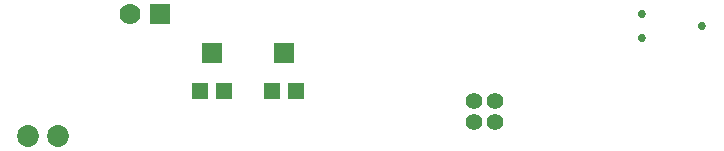
<source format=gbs>
G04*
G04 #@! TF.GenerationSoftware,Altium Limited,Altium Designer,19.1.5 (86)*
G04*
G04 Layer_Color=16711935*
%FSAX24Y24*%
%MOIN*%
G70*
G01*
G75*
%ADD80C,0.0730*%
%ADD81C,0.0552*%
%ADD82C,0.0700*%
%ADD83R,0.0700X0.0700*%
%ADD84C,0.0275*%
%ADD95R,0.0552X0.0552*%
%ADD96R,0.0710X0.0671*%
D80*
X018875Y008721D02*
D03*
X019875D02*
D03*
D81*
X034432Y009894D02*
D03*
X034432Y009187D02*
D03*
X033725Y009187D02*
D03*
X033725Y009894D02*
D03*
D82*
X022278Y012813D02*
D03*
D83*
X023278D02*
D03*
D84*
X039350Y012800D02*
D03*
Y012000D02*
D03*
X041350Y012400D02*
D03*
D95*
X024606Y010231D02*
D03*
X025394D02*
D03*
X027006D02*
D03*
X027794D02*
D03*
D96*
X025000Y011510D02*
D03*
X027400D02*
D03*
M02*

</source>
